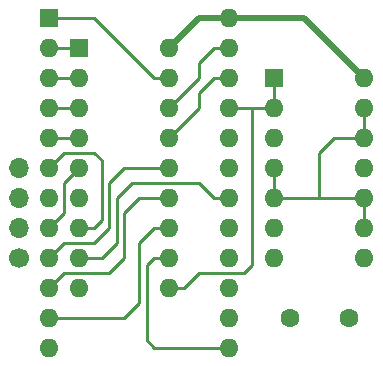
<source format=gbr>
G04 #@! TF.GenerationSoftware,KiCad,Pcbnew,(5.1.4)-1*
G04 #@! TF.CreationDate,2020-10-11T13:25:07+02:00*
G04 #@! TF.ProjectId,ram-adapter,72616d2d-6164-4617-9074-65722e6b6963,rev?*
G04 #@! TF.SameCoordinates,Original*
G04 #@! TF.FileFunction,Copper,L2,Bot*
G04 #@! TF.FilePolarity,Positive*
%FSLAX46Y46*%
G04 Gerber Fmt 4.6, Leading zero omitted, Abs format (unit mm)*
G04 Created by KiCad (PCBNEW (5.1.4)-1) date 2020-10-11 13:25:07*
%MOMM*%
%LPD*%
G04 APERTURE LIST*
%ADD10O,1.600000X1.600000*%
%ADD11R,1.600000X1.600000*%
%ADD12C,1.600000*%
%ADD13O,1.700000X1.700000*%
%ADD14C,1.700000*%
%ADD15C,0.500000*%
%ADD16C,0.250000*%
G04 APERTURE END LIST*
D10*
X114300000Y-54610000D03*
X99060000Y-82550000D03*
X114300000Y-57150000D03*
X99060000Y-80010000D03*
X114300000Y-59690000D03*
X99060000Y-77470000D03*
X114300000Y-62230000D03*
X99060000Y-74930000D03*
X114300000Y-64770000D03*
X99060000Y-72390000D03*
X114300000Y-67310000D03*
X99060000Y-69850000D03*
X114300000Y-69850000D03*
X99060000Y-67310000D03*
X114300000Y-72390000D03*
X99060000Y-64770000D03*
X114300000Y-74930000D03*
X99060000Y-62230000D03*
X114300000Y-77470000D03*
X99060000Y-59690000D03*
X114300000Y-80010000D03*
X99060000Y-57150000D03*
X114300000Y-82550000D03*
D11*
X99060000Y-54610000D03*
D12*
X119460000Y-80010000D03*
X124460000Y-80010000D03*
D13*
X96520000Y-67310000D03*
X96520000Y-69850000D03*
X96520000Y-72390000D03*
D14*
X96520000Y-74930000D03*
D10*
X109220000Y-57150000D03*
X101600000Y-77470000D03*
X109220000Y-59690000D03*
X101600000Y-74930000D03*
X109220000Y-62230000D03*
X101600000Y-72390000D03*
X109220000Y-64770000D03*
X101600000Y-69850000D03*
X109220000Y-67310000D03*
X101600000Y-67310000D03*
X109220000Y-69850000D03*
X101600000Y-64770000D03*
X109220000Y-72390000D03*
X101600000Y-62230000D03*
X109220000Y-74930000D03*
X101600000Y-59690000D03*
X109220000Y-77470000D03*
D11*
X101600000Y-57150000D03*
D10*
X125730000Y-59690000D03*
X118110000Y-74930000D03*
X125730000Y-62230000D03*
X118110000Y-72390000D03*
X125730000Y-64770000D03*
X118110000Y-69850000D03*
X125730000Y-67310000D03*
X118110000Y-67310000D03*
X125730000Y-69850000D03*
X118110000Y-64770000D03*
X125730000Y-72390000D03*
X118110000Y-62230000D03*
X125730000Y-74930000D03*
D11*
X118110000Y-59690000D03*
D15*
X114300000Y-54610000D02*
X111760000Y-54610000D01*
X111760000Y-54610000D02*
X109220000Y-57150000D01*
X120650000Y-54610000D02*
X125730000Y-59690000D01*
X114300000Y-54610000D02*
X119380000Y-54610000D01*
X119380000Y-54610000D02*
X120650000Y-54610000D01*
D16*
X99060000Y-54610000D02*
X102870000Y-54610000D01*
X102870000Y-54610000D02*
X107950000Y-59690000D01*
X107950000Y-59690000D02*
X109220000Y-59690000D01*
X101600000Y-74930000D02*
X103505000Y-74930000D01*
X103505000Y-74930000D02*
X104775000Y-73660000D01*
X104775000Y-73660000D02*
X104775000Y-69850000D01*
X104775000Y-69850000D02*
X106045000Y-68580000D01*
X106045000Y-68580000D02*
X111760000Y-68580000D01*
X111760000Y-68580000D02*
X113030000Y-69850000D01*
X113030000Y-69850000D02*
X114300000Y-69850000D01*
X114300000Y-57150000D02*
X113030000Y-57150000D01*
X111760000Y-59690000D02*
X111760000Y-58420000D01*
X111760000Y-59690000D02*
X109220000Y-62230000D01*
X111760000Y-58420000D02*
X113030000Y-57150000D01*
X100330000Y-66040000D02*
X99060000Y-67310000D01*
X102870000Y-66040000D02*
X100330000Y-66040000D01*
X103505000Y-66675000D02*
X102870000Y-66040000D01*
X103505000Y-71755000D02*
X103505000Y-66675000D01*
X101600000Y-72390000D02*
X102870000Y-72390000D01*
X102870000Y-72390000D02*
X103505000Y-71755000D01*
X114300000Y-59690000D02*
X113030000Y-59690000D01*
X113030000Y-59690000D02*
X111760000Y-60960000D01*
X111760000Y-60960000D02*
X111760000Y-62230000D01*
X111760000Y-62230000D02*
X109220000Y-64770000D01*
X105410000Y-67310000D02*
X109220000Y-67310000D01*
X104140000Y-68580000D02*
X105410000Y-67310000D01*
X104140000Y-72390000D02*
X104140000Y-68580000D01*
X102870000Y-73660000D02*
X104140000Y-72390000D01*
X99060000Y-74930000D02*
X100330000Y-73660000D01*
X100330000Y-73660000D02*
X102870000Y-73660000D01*
X101600000Y-67310000D02*
X100330000Y-68580000D01*
X100330000Y-68580000D02*
X100330000Y-71120000D01*
X100330000Y-71120000D02*
X99060000Y-72390000D01*
X106680000Y-69850000D02*
X109220000Y-69850000D01*
X105410000Y-71120000D02*
X106680000Y-69850000D01*
X105410000Y-74930000D02*
X105410000Y-71120000D01*
X104140000Y-76200000D02*
X105410000Y-74930000D01*
X99060000Y-77470000D02*
X100330000Y-76200000D01*
X100330000Y-76200000D02*
X104140000Y-76200000D01*
X101600000Y-64770000D02*
X99060000Y-64770000D01*
X107950000Y-72390000D02*
X109220000Y-72390000D01*
X106680000Y-73660000D02*
X107950000Y-72390000D01*
X106680000Y-78740000D02*
X106680000Y-73660000D01*
X99060000Y-80010000D02*
X105410000Y-80010000D01*
X105410000Y-80010000D02*
X106680000Y-78740000D01*
X101600000Y-62230000D02*
X99060000Y-62230000D01*
X107950000Y-82550000D02*
X114300000Y-82550000D01*
X107315000Y-81915000D02*
X107950000Y-82550000D01*
X107315000Y-75565000D02*
X107315000Y-81915000D01*
X109220000Y-74930000D02*
X107950000Y-74930000D01*
X107950000Y-74930000D02*
X107315000Y-75565000D01*
X101600000Y-59690000D02*
X99060000Y-59690000D01*
X118110000Y-59690000D02*
X118110000Y-62230000D01*
X109220000Y-77470000D02*
X110490000Y-77470000D01*
X115570000Y-62230000D02*
X114300000Y-62230000D01*
X116840000Y-62230000D02*
X115570000Y-62230000D01*
X114695002Y-76200000D02*
X111760000Y-76200000D01*
X111760000Y-76200000D02*
X110490000Y-77470000D01*
X114695002Y-76200000D02*
X115570000Y-76200000D01*
X115570000Y-76200000D02*
X116205000Y-75565000D01*
X116205000Y-75565000D02*
X116205000Y-62230000D01*
X116205000Y-62230000D02*
X116840000Y-62230000D01*
X116840000Y-62230000D02*
X118110000Y-62230000D01*
X101600000Y-57150000D02*
X99060000Y-57150000D01*
X125730000Y-62230000D02*
X125730000Y-64770000D01*
X118110000Y-67310000D02*
X118110000Y-69850000D01*
X125730000Y-64770000D02*
X123190000Y-64770000D01*
X123190000Y-64770000D02*
X121920000Y-66040000D01*
X121920000Y-66040000D02*
X121920000Y-69850000D01*
X118110000Y-69850000D02*
X121920000Y-69850000D01*
X121920000Y-69850000D02*
X125730000Y-69850000D01*
X125730000Y-69850000D02*
X125730000Y-72390000D01*
M02*

</source>
